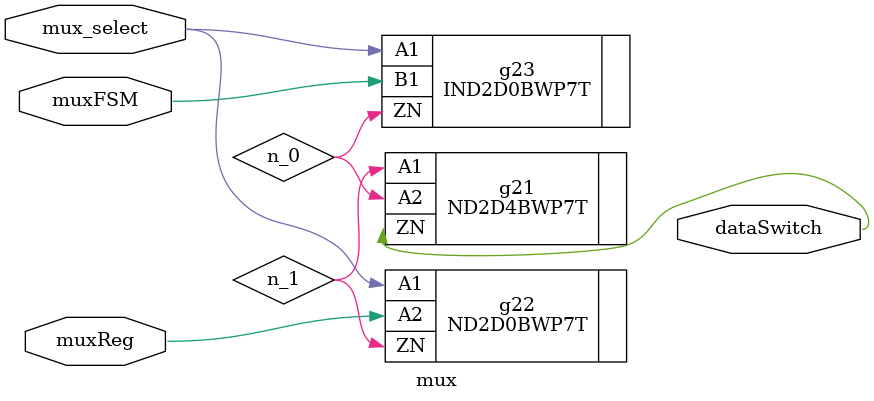
<source format=v>
/*
###############################################################
#  Generated by:      Cadence Innovus 17.11-s080_1
#  OS:                Linux x86_64(Host ID ce-epo3-cad.ewi.tudelft.nl)
#  Generated on:      Thu Dec 22 14:09:08 2022
#  Design:            mux
#  Command:           saveNetlist ../out/mux.v -excludeLeafCell
###############################################################
*/
// Generated by Cadence Genus(TM) Synthesis Solution 17.11-s014_1
// Generated on: Dec 20 2022 09:18:55 CET (Dec 20 2022 08:18:55 UTC)
// Verification Directory fv/mux 
module mux (
	mux_select, 
	muxFSM, 
	muxReg, 
	dataSwitch);
   input mux_select;
   input muxFSM;
   input muxReg;
   output dataSwitch;

   // Internal wires
   wire n_0;
   wire n_1;

   ND2D4BWP7T g21 (.A1(n_1),
	.A2(n_0),
	.ZN(dataSwitch));
   ND2D0BWP7T g22 (.A1(mux_select),
	.A2(muxReg),
	.ZN(n_1));
   IND2D0BWP7T g23 (.A1(mux_select),
	.B1(muxFSM),
	.ZN(n_0));
endmodule


</source>
